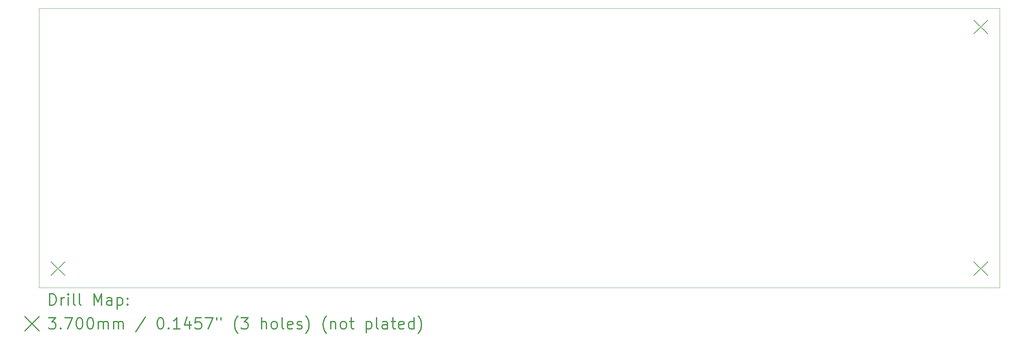
<source format=gbr>
%FSLAX45Y45*%
G04 Gerber Fmt 4.5, Leading zero omitted, Abs format (unit mm)*
G04 Created by KiCad (PCBNEW (5.1.12)-1) date 2023-01-17 22:17:05*
%MOMM*%
%LPD*%
G01*
G04 APERTURE LIST*
%TA.AperFunction,Profile*%
%ADD10C,0.050000*%
%TD*%
%ADD11C,0.200000*%
%ADD12C,0.300000*%
G04 APERTURE END LIST*
D10*
X27534708Y-11990108D02*
X2134708Y-11990108D01*
X27534708Y-4590108D02*
X27534708Y-11990108D01*
X2134708Y-4590108D02*
X27534708Y-4590108D01*
X2134708Y-11990108D02*
X2134708Y-4590108D01*
D11*
X2449708Y-11305108D02*
X2819708Y-11675108D01*
X2819708Y-11305108D02*
X2449708Y-11675108D01*
X26849708Y-4905108D02*
X27219708Y-5275108D01*
X27219708Y-4905108D02*
X26849708Y-5275108D01*
X26849708Y-11305108D02*
X27219708Y-11675108D01*
X27219708Y-11305108D02*
X26849708Y-11675108D01*
D12*
X2418636Y-12458322D02*
X2418636Y-12158322D01*
X2490065Y-12158322D01*
X2532922Y-12172608D01*
X2561494Y-12201179D01*
X2575779Y-12229751D01*
X2590065Y-12286894D01*
X2590065Y-12329751D01*
X2575779Y-12386894D01*
X2561494Y-12415465D01*
X2532922Y-12444037D01*
X2490065Y-12458322D01*
X2418636Y-12458322D01*
X2718636Y-12458322D02*
X2718636Y-12258322D01*
X2718636Y-12315465D02*
X2732922Y-12286894D01*
X2747208Y-12272608D01*
X2775779Y-12258322D01*
X2804351Y-12258322D01*
X2904351Y-12458322D02*
X2904351Y-12258322D01*
X2904351Y-12158322D02*
X2890065Y-12172608D01*
X2904351Y-12186894D01*
X2918636Y-12172608D01*
X2904351Y-12158322D01*
X2904351Y-12186894D01*
X3090065Y-12458322D02*
X3061494Y-12444037D01*
X3047208Y-12415465D01*
X3047208Y-12158322D01*
X3247208Y-12458322D02*
X3218636Y-12444037D01*
X3204351Y-12415465D01*
X3204351Y-12158322D01*
X3590065Y-12458322D02*
X3590065Y-12158322D01*
X3690065Y-12372608D01*
X3790065Y-12158322D01*
X3790065Y-12458322D01*
X4061494Y-12458322D02*
X4061494Y-12301179D01*
X4047208Y-12272608D01*
X4018636Y-12258322D01*
X3961494Y-12258322D01*
X3932922Y-12272608D01*
X4061494Y-12444037D02*
X4032922Y-12458322D01*
X3961494Y-12458322D01*
X3932922Y-12444037D01*
X3918636Y-12415465D01*
X3918636Y-12386894D01*
X3932922Y-12358322D01*
X3961494Y-12344037D01*
X4032922Y-12344037D01*
X4061494Y-12329751D01*
X4204351Y-12258322D02*
X4204351Y-12558322D01*
X4204351Y-12272608D02*
X4232922Y-12258322D01*
X4290065Y-12258322D01*
X4318636Y-12272608D01*
X4332922Y-12286894D01*
X4347208Y-12315465D01*
X4347208Y-12401179D01*
X4332922Y-12429751D01*
X4318636Y-12444037D01*
X4290065Y-12458322D01*
X4232922Y-12458322D01*
X4204351Y-12444037D01*
X4475779Y-12429751D02*
X4490065Y-12444037D01*
X4475779Y-12458322D01*
X4461494Y-12444037D01*
X4475779Y-12429751D01*
X4475779Y-12458322D01*
X4475779Y-12272608D02*
X4490065Y-12286894D01*
X4475779Y-12301179D01*
X4461494Y-12286894D01*
X4475779Y-12272608D01*
X4475779Y-12301179D01*
X1762208Y-12767608D02*
X2132208Y-13137608D01*
X2132208Y-12767608D02*
X1762208Y-13137608D01*
X2390065Y-12788322D02*
X2575779Y-12788322D01*
X2475779Y-12902608D01*
X2518636Y-12902608D01*
X2547208Y-12916894D01*
X2561494Y-12931179D01*
X2575779Y-12959751D01*
X2575779Y-13031179D01*
X2561494Y-13059751D01*
X2547208Y-13074037D01*
X2518636Y-13088322D01*
X2432922Y-13088322D01*
X2404351Y-13074037D01*
X2390065Y-13059751D01*
X2704351Y-13059751D02*
X2718636Y-13074037D01*
X2704351Y-13088322D01*
X2690065Y-13074037D01*
X2704351Y-13059751D01*
X2704351Y-13088322D01*
X2818636Y-12788322D02*
X3018636Y-12788322D01*
X2890065Y-13088322D01*
X3190065Y-12788322D02*
X3218636Y-12788322D01*
X3247208Y-12802608D01*
X3261494Y-12816894D01*
X3275779Y-12845465D01*
X3290065Y-12902608D01*
X3290065Y-12974037D01*
X3275779Y-13031179D01*
X3261494Y-13059751D01*
X3247208Y-13074037D01*
X3218636Y-13088322D01*
X3190065Y-13088322D01*
X3161494Y-13074037D01*
X3147208Y-13059751D01*
X3132922Y-13031179D01*
X3118636Y-12974037D01*
X3118636Y-12902608D01*
X3132922Y-12845465D01*
X3147208Y-12816894D01*
X3161494Y-12802608D01*
X3190065Y-12788322D01*
X3475779Y-12788322D02*
X3504351Y-12788322D01*
X3532922Y-12802608D01*
X3547208Y-12816894D01*
X3561494Y-12845465D01*
X3575779Y-12902608D01*
X3575779Y-12974037D01*
X3561494Y-13031179D01*
X3547208Y-13059751D01*
X3532922Y-13074037D01*
X3504351Y-13088322D01*
X3475779Y-13088322D01*
X3447208Y-13074037D01*
X3432922Y-13059751D01*
X3418636Y-13031179D01*
X3404351Y-12974037D01*
X3404351Y-12902608D01*
X3418636Y-12845465D01*
X3432922Y-12816894D01*
X3447208Y-12802608D01*
X3475779Y-12788322D01*
X3704351Y-13088322D02*
X3704351Y-12888322D01*
X3704351Y-12916894D02*
X3718636Y-12902608D01*
X3747208Y-12888322D01*
X3790065Y-12888322D01*
X3818636Y-12902608D01*
X3832922Y-12931179D01*
X3832922Y-13088322D01*
X3832922Y-12931179D02*
X3847208Y-12902608D01*
X3875779Y-12888322D01*
X3918636Y-12888322D01*
X3947208Y-12902608D01*
X3961494Y-12931179D01*
X3961494Y-13088322D01*
X4104351Y-13088322D02*
X4104351Y-12888322D01*
X4104351Y-12916894D02*
X4118636Y-12902608D01*
X4147208Y-12888322D01*
X4190065Y-12888322D01*
X4218636Y-12902608D01*
X4232922Y-12931179D01*
X4232922Y-13088322D01*
X4232922Y-12931179D02*
X4247208Y-12902608D01*
X4275779Y-12888322D01*
X4318636Y-12888322D01*
X4347208Y-12902608D01*
X4361494Y-12931179D01*
X4361494Y-13088322D01*
X4947208Y-12774037D02*
X4690065Y-13159751D01*
X5332922Y-12788322D02*
X5361494Y-12788322D01*
X5390065Y-12802608D01*
X5404351Y-12816894D01*
X5418636Y-12845465D01*
X5432922Y-12902608D01*
X5432922Y-12974037D01*
X5418636Y-13031179D01*
X5404351Y-13059751D01*
X5390065Y-13074037D01*
X5361494Y-13088322D01*
X5332922Y-13088322D01*
X5304351Y-13074037D01*
X5290065Y-13059751D01*
X5275779Y-13031179D01*
X5261494Y-12974037D01*
X5261494Y-12902608D01*
X5275779Y-12845465D01*
X5290065Y-12816894D01*
X5304351Y-12802608D01*
X5332922Y-12788322D01*
X5561494Y-13059751D02*
X5575779Y-13074037D01*
X5561494Y-13088322D01*
X5547208Y-13074037D01*
X5561494Y-13059751D01*
X5561494Y-13088322D01*
X5861494Y-13088322D02*
X5690065Y-13088322D01*
X5775779Y-13088322D02*
X5775779Y-12788322D01*
X5747208Y-12831179D01*
X5718636Y-12859751D01*
X5690065Y-12874037D01*
X6118636Y-12888322D02*
X6118636Y-13088322D01*
X6047208Y-12774037D02*
X5975779Y-12988322D01*
X6161494Y-12988322D01*
X6418636Y-12788322D02*
X6275779Y-12788322D01*
X6261494Y-12931179D01*
X6275779Y-12916894D01*
X6304351Y-12902608D01*
X6375779Y-12902608D01*
X6404351Y-12916894D01*
X6418636Y-12931179D01*
X6432922Y-12959751D01*
X6432922Y-13031179D01*
X6418636Y-13059751D01*
X6404351Y-13074037D01*
X6375779Y-13088322D01*
X6304351Y-13088322D01*
X6275779Y-13074037D01*
X6261494Y-13059751D01*
X6532922Y-12788322D02*
X6732922Y-12788322D01*
X6604351Y-13088322D01*
X6832922Y-12788322D02*
X6832922Y-12845465D01*
X6947208Y-12788322D02*
X6947208Y-12845465D01*
X7390065Y-13202608D02*
X7375779Y-13188322D01*
X7347208Y-13145465D01*
X7332922Y-13116894D01*
X7318636Y-13074037D01*
X7304351Y-13002608D01*
X7304351Y-12945465D01*
X7318636Y-12874037D01*
X7332922Y-12831179D01*
X7347208Y-12802608D01*
X7375779Y-12759751D01*
X7390065Y-12745465D01*
X7475779Y-12788322D02*
X7661494Y-12788322D01*
X7561494Y-12902608D01*
X7604351Y-12902608D01*
X7632922Y-12916894D01*
X7647208Y-12931179D01*
X7661494Y-12959751D01*
X7661494Y-13031179D01*
X7647208Y-13059751D01*
X7632922Y-13074037D01*
X7604351Y-13088322D01*
X7518636Y-13088322D01*
X7490065Y-13074037D01*
X7475779Y-13059751D01*
X8018636Y-13088322D02*
X8018636Y-12788322D01*
X8147208Y-13088322D02*
X8147208Y-12931179D01*
X8132922Y-12902608D01*
X8104351Y-12888322D01*
X8061494Y-12888322D01*
X8032922Y-12902608D01*
X8018636Y-12916894D01*
X8332922Y-13088322D02*
X8304351Y-13074037D01*
X8290065Y-13059751D01*
X8275779Y-13031179D01*
X8275779Y-12945465D01*
X8290065Y-12916894D01*
X8304351Y-12902608D01*
X8332922Y-12888322D01*
X8375779Y-12888322D01*
X8404351Y-12902608D01*
X8418636Y-12916894D01*
X8432922Y-12945465D01*
X8432922Y-13031179D01*
X8418636Y-13059751D01*
X8404351Y-13074037D01*
X8375779Y-13088322D01*
X8332922Y-13088322D01*
X8604351Y-13088322D02*
X8575779Y-13074037D01*
X8561494Y-13045465D01*
X8561494Y-12788322D01*
X8832922Y-13074037D02*
X8804351Y-13088322D01*
X8747208Y-13088322D01*
X8718636Y-13074037D01*
X8704351Y-13045465D01*
X8704351Y-12931179D01*
X8718636Y-12902608D01*
X8747208Y-12888322D01*
X8804351Y-12888322D01*
X8832922Y-12902608D01*
X8847208Y-12931179D01*
X8847208Y-12959751D01*
X8704351Y-12988322D01*
X8961494Y-13074037D02*
X8990065Y-13088322D01*
X9047208Y-13088322D01*
X9075779Y-13074037D01*
X9090065Y-13045465D01*
X9090065Y-13031179D01*
X9075779Y-13002608D01*
X9047208Y-12988322D01*
X9004351Y-12988322D01*
X8975779Y-12974037D01*
X8961494Y-12945465D01*
X8961494Y-12931179D01*
X8975779Y-12902608D01*
X9004351Y-12888322D01*
X9047208Y-12888322D01*
X9075779Y-12902608D01*
X9190065Y-13202608D02*
X9204351Y-13188322D01*
X9232922Y-13145465D01*
X9247208Y-13116894D01*
X9261494Y-13074037D01*
X9275779Y-13002608D01*
X9275779Y-12945465D01*
X9261494Y-12874037D01*
X9247208Y-12831179D01*
X9232922Y-12802608D01*
X9204351Y-12759751D01*
X9190065Y-12745465D01*
X9732922Y-13202608D02*
X9718636Y-13188322D01*
X9690065Y-13145465D01*
X9675779Y-13116894D01*
X9661494Y-13074037D01*
X9647208Y-13002608D01*
X9647208Y-12945465D01*
X9661494Y-12874037D01*
X9675779Y-12831179D01*
X9690065Y-12802608D01*
X9718636Y-12759751D01*
X9732922Y-12745465D01*
X9847208Y-12888322D02*
X9847208Y-13088322D01*
X9847208Y-12916894D02*
X9861494Y-12902608D01*
X9890065Y-12888322D01*
X9932922Y-12888322D01*
X9961494Y-12902608D01*
X9975779Y-12931179D01*
X9975779Y-13088322D01*
X10161494Y-13088322D02*
X10132922Y-13074037D01*
X10118636Y-13059751D01*
X10104351Y-13031179D01*
X10104351Y-12945465D01*
X10118636Y-12916894D01*
X10132922Y-12902608D01*
X10161494Y-12888322D01*
X10204351Y-12888322D01*
X10232922Y-12902608D01*
X10247208Y-12916894D01*
X10261494Y-12945465D01*
X10261494Y-13031179D01*
X10247208Y-13059751D01*
X10232922Y-13074037D01*
X10204351Y-13088322D01*
X10161494Y-13088322D01*
X10347208Y-12888322D02*
X10461494Y-12888322D01*
X10390065Y-12788322D02*
X10390065Y-13045465D01*
X10404351Y-13074037D01*
X10432922Y-13088322D01*
X10461494Y-13088322D01*
X10790065Y-12888322D02*
X10790065Y-13188322D01*
X10790065Y-12902608D02*
X10818636Y-12888322D01*
X10875779Y-12888322D01*
X10904351Y-12902608D01*
X10918636Y-12916894D01*
X10932922Y-12945465D01*
X10932922Y-13031179D01*
X10918636Y-13059751D01*
X10904351Y-13074037D01*
X10875779Y-13088322D01*
X10818636Y-13088322D01*
X10790065Y-13074037D01*
X11104351Y-13088322D02*
X11075779Y-13074037D01*
X11061494Y-13045465D01*
X11061494Y-12788322D01*
X11347208Y-13088322D02*
X11347208Y-12931179D01*
X11332922Y-12902608D01*
X11304351Y-12888322D01*
X11247208Y-12888322D01*
X11218636Y-12902608D01*
X11347208Y-13074037D02*
X11318636Y-13088322D01*
X11247208Y-13088322D01*
X11218636Y-13074037D01*
X11204351Y-13045465D01*
X11204351Y-13016894D01*
X11218636Y-12988322D01*
X11247208Y-12974037D01*
X11318636Y-12974037D01*
X11347208Y-12959751D01*
X11447208Y-12888322D02*
X11561494Y-12888322D01*
X11490065Y-12788322D02*
X11490065Y-13045465D01*
X11504351Y-13074037D01*
X11532922Y-13088322D01*
X11561494Y-13088322D01*
X11775779Y-13074037D02*
X11747208Y-13088322D01*
X11690065Y-13088322D01*
X11661494Y-13074037D01*
X11647208Y-13045465D01*
X11647208Y-12931179D01*
X11661494Y-12902608D01*
X11690065Y-12888322D01*
X11747208Y-12888322D01*
X11775779Y-12902608D01*
X11790065Y-12931179D01*
X11790065Y-12959751D01*
X11647208Y-12988322D01*
X12047208Y-13088322D02*
X12047208Y-12788322D01*
X12047208Y-13074037D02*
X12018636Y-13088322D01*
X11961494Y-13088322D01*
X11932922Y-13074037D01*
X11918636Y-13059751D01*
X11904351Y-13031179D01*
X11904351Y-12945465D01*
X11918636Y-12916894D01*
X11932922Y-12902608D01*
X11961494Y-12888322D01*
X12018636Y-12888322D01*
X12047208Y-12902608D01*
X12161494Y-13202608D02*
X12175779Y-13188322D01*
X12204351Y-13145465D01*
X12218636Y-13116894D01*
X12232922Y-13074037D01*
X12247208Y-13002608D01*
X12247208Y-12945465D01*
X12232922Y-12874037D01*
X12218636Y-12831179D01*
X12204351Y-12802608D01*
X12175779Y-12759751D01*
X12161494Y-12745465D01*
M02*

</source>
